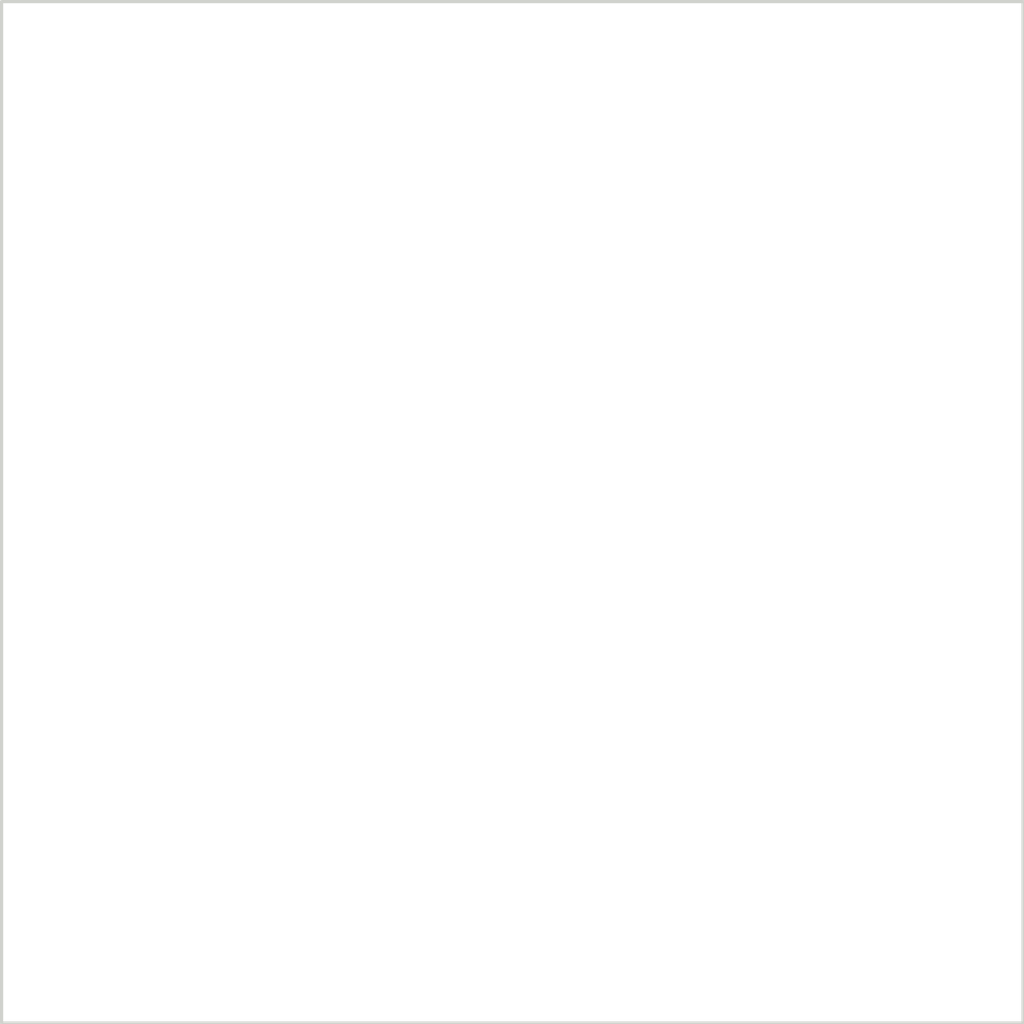
<source format=kicad_pcb>
(kicad_pcb (version 20201002) (generator pcbnew)

  (general
    (thickness 1.6)
  )

  (paper "A4")
  (layers
    (0 "F.Cu" signal)
    (31 "B.Cu" signal)
    (32 "B.Adhes" user "B.Adhesive")
    (33 "F.Adhes" user "F.Adhesive")
    (34 "B.Paste" user)
    (35 "F.Paste" user)
    (36 "B.SilkS" user "B.Silkscreen")
    (37 "F.SilkS" user "F.Silkscreen")
    (38 "B.Mask" user)
    (39 "F.Mask" user)
    (40 "Dwgs.User" user "User.Drawings")
    (41 "Cmts.User" user "User.Comments")
    (42 "Eco1.User" user "User.Eco1")
    (43 "Eco2.User" user "User.Eco2")
    (44 "Edge.Cuts" user)
    (45 "Margin" user)
    (46 "B.CrtYd" user "B.Courtyard")
    (47 "F.CrtYd" user "F.Courtyard")
    (48 "B.Fab" user)
    (49 "F.Fab" user)
    (50 "User.1" user)
    (51 "User.2" user)
    (52 "User.3" user)
    (53 "User.4" user)
    (54 "User.5" user)
    (55 "User.6" user)
    (56 "User.7" user)
    (57 "User.8" user)
    (58 "User.9" user)
  )

  (setup
    (pcbplotparams
      (layerselection 0x00010fc_ffffffff)
      (disableapertmacros false)
      (usegerberextensions false)
      (usegerberattributes true)
      (usegerberadvancedattributes true)
      (creategerberjobfile true)
      (svguseinch false)
      (svgprecision 6)
      (excludeedgelayer true)
      (plotframeref false)
      (viasonmask false)
      (mode 1)
      (useauxorigin false)
      (hpglpennumber 1)
      (hpglpenspeed 20)
      (hpglpendiameter 15.000000)
      (psnegative false)
      (psa4output false)
      (plotreference true)
      (plotvalue true)
      (plotinvisibletext false)
      (sketchpadsonfab false)
      (subtractmaskfromsilk false)
      (outputformat 1)
      (mirror false)
      (drillshape 1)
      (scaleselection 1)
      (outputdirectory "")
    )
  )


  (net 0 "")

  (gr_rect (start 115.25 56.5) (end 147.25 88.5) (layer "Edge.Cuts") (width 0.1) (tstamp 878ea1cd-9dda-4cbb-bfc4-6aad8cef8561))

)

</source>
